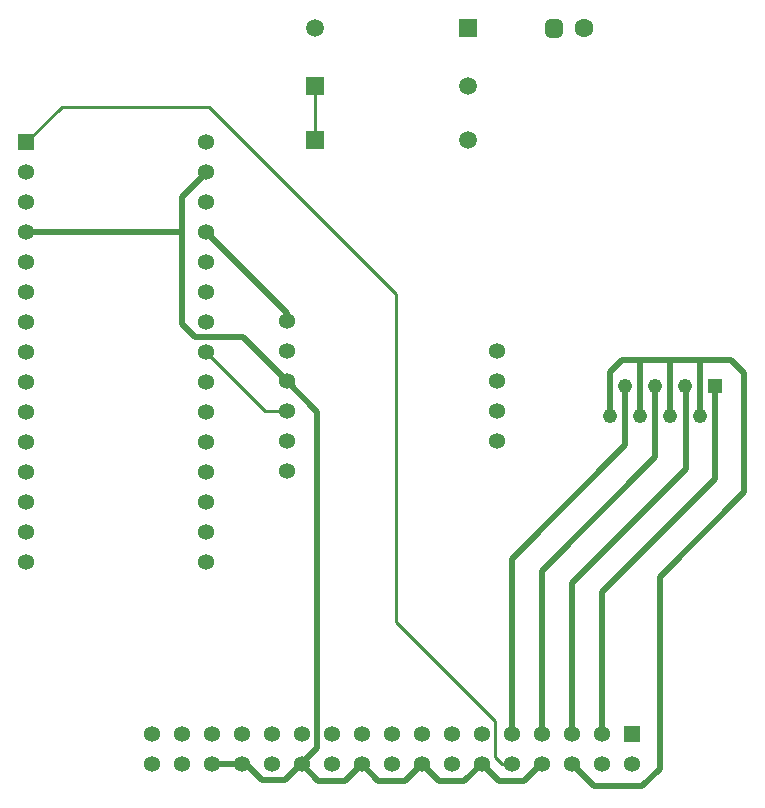
<source format=gbr>
G04 Generated by Ultiboard 14.1 *
%FSLAX24Y24*%
%MOIN*%

%ADD10C,0.0001*%
%ADD11C,0.0200*%
%ADD12C,0.0100*%
%ADD13R,0.0534X0.0534*%
%ADD14C,0.0534*%
%ADD15R,0.0208X0.0208*%
%ADD16C,0.0392*%
%ADD17C,0.0633*%
%ADD18C,0.0490*%
%ADD19R,0.0490X0.0490*%
%ADD20C,0.0591*%
%ADD21R,0.0591X0.0591*%


G04 ColorRGB 00FF00 for the following layer *
%LNCopper Top*%
%LPD*%
G54D10*
G54D11*
X18150Y2380D02*
X18150Y8206D01*
X21940Y11996D02*
X18150Y8206D01*
X24940Y10886D02*
X21150Y7096D01*
X21150Y2380D02*
X21150Y7096D01*
X20160Y2390D02*
X20160Y7399D01*
X23976Y11215D02*
X20160Y7399D01*
X22940Y11601D02*
X19150Y7811D01*
X19150Y2380D02*
X19150Y7811D01*
X20160Y2390D02*
X20150Y2380D01*
X23976Y13924D02*
X23940Y13960D01*
X22940Y13960D02*
X22940Y11601D01*
X21940Y13960D02*
X21940Y11996D01*
X24940Y13960D02*
X24940Y10886D01*
X23976Y13924D02*
X23976Y11215D01*
X25900Y14400D02*
X25470Y14830D01*
X21820Y14830D01*
X21440Y14450D01*
X21440Y12960D01*
X22440Y12960D02*
X22440Y14830D01*
X23440Y12960D02*
X23440Y14830D01*
X24440Y12960D02*
X24440Y14830D01*
X20880Y650D02*
X22510Y650D01*
X20150Y1380D02*
X20880Y650D01*
X22510Y650D02*
X23080Y1220D01*
X23080Y7620D02*
X25900Y10440D01*
X23080Y1220D02*
X23080Y7620D01*
X25900Y10440D02*
X25900Y14400D01*
X8150Y1380D02*
X9300Y1380D01*
X9845Y835D02*
X9300Y1380D01*
X10605Y835D02*
X9845Y835D01*
X11670Y1900D02*
X10605Y835D01*
X11150Y1380D02*
X11710Y820D01*
X11670Y13120D02*
X11670Y1900D01*
X11710Y820D02*
X12590Y820D01*
X11670Y13120D02*
X10655Y14135D01*
X12590Y820D02*
X13150Y1380D01*
X10679Y14111D02*
X9190Y15600D01*
X13710Y820D02*
X13150Y1380D01*
X9190Y15600D02*
X7600Y15600D01*
X13710Y820D02*
X14590Y820D01*
X7600Y15600D02*
X7160Y16040D01*
X15150Y1380D02*
X14590Y820D01*
X7160Y16040D02*
X7160Y19090D01*
X15725Y805D02*
X15150Y1379D01*
X7160Y19100D02*
X1970Y19100D01*
X7160Y19090D02*
X7160Y19390D01*
X15725Y805D02*
X16575Y805D01*
X7160Y20280D02*
X7160Y19340D01*
X17150Y1380D02*
X16575Y805D01*
X7970Y21090D02*
X7160Y20280D01*
X17730Y800D02*
X17150Y1380D01*
X7970Y21090D02*
X7970Y21100D01*
X18560Y800D02*
X17730Y800D01*
X19140Y1380D02*
X18560Y800D01*
X19140Y1380D02*
X19150Y1380D01*
X10650Y16420D02*
X7970Y19100D01*
X10650Y16420D02*
X10650Y16130D01*
G54D12*
X18150Y1380D02*
X17820Y1380D01*
X17600Y1600D01*
X17600Y2800D01*
X14290Y6110D01*
X11580Y23960D02*
X11580Y22170D01*
X11591Y23960D02*
X11580Y23960D01*
X11580Y22170D02*
X11591Y22170D01*
X14290Y6110D02*
X14290Y17010D01*
X14290Y16810D02*
X14290Y17050D01*
X3150Y23280D02*
X8061Y23280D01*
X1970Y22100D02*
X3150Y23280D01*
X8061Y23280D02*
X14290Y17050D01*
X10650Y13130D02*
X9940Y13130D01*
X7970Y15100D01*
G54D13*
X22150Y2380D03*
X1970Y22100D03*
G54D14*
X21150Y2380D03*
X20150Y2380D03*
X19150Y2380D03*
X18150Y2380D03*
X17150Y2380D03*
X16150Y2380D03*
X15150Y2380D03*
X14150Y2380D03*
X13150Y2380D03*
X12150Y2380D03*
X11150Y2380D03*
X10150Y2380D03*
X9150Y2380D03*
X8150Y2380D03*
X7150Y2380D03*
X6150Y2380D03*
X22150Y1380D03*
X21150Y1380D03*
X20150Y1380D03*
X19150Y1380D03*
X18150Y1380D03*
X17150Y1380D03*
X16150Y1380D03*
X15150Y1380D03*
X14150Y1380D03*
X13150Y1380D03*
X12150Y1380D03*
X11150Y1380D03*
X10150Y1380D03*
X9150Y1380D03*
X8150Y1380D03*
X7150Y1380D03*
X6150Y1380D03*
X10650Y16130D03*
X10650Y15130D03*
X17650Y15130D03*
X10650Y14130D03*
X17650Y14130D03*
X10650Y13130D03*
X17650Y13130D03*
X10650Y12130D03*
X17650Y12130D03*
X10650Y11130D03*
X1970Y14100D03*
X7970Y19100D03*
X1970Y21100D03*
X7970Y21100D03*
X1970Y19100D03*
X7970Y16100D03*
X7970Y15100D03*
X7970Y22100D03*
X1970Y20100D03*
X7970Y20100D03*
X1970Y18100D03*
X7970Y18100D03*
X1970Y17100D03*
X7970Y17100D03*
X1970Y16100D03*
X1970Y15100D03*
X7970Y14100D03*
X1970Y13100D03*
X7970Y13100D03*
X1970Y12100D03*
X7970Y12100D03*
X1970Y11100D03*
X7970Y11100D03*
X1970Y10100D03*
X7970Y10100D03*
X1970Y9100D03*
X7970Y9100D03*
X1970Y8100D03*
X7970Y8100D03*
G54D15*
X19550Y25894D03*
G54D16*
X19446Y25790D02*
X19654Y25790D01*
X19654Y25998D01*
X19446Y25998D01*
X19446Y25790D01*D02*
G54D17*
X20550Y25894D03*
G54D18*
X21440Y12960D03*
X22440Y12960D03*
X23440Y12960D03*
X24440Y12960D03*
X21940Y13960D03*
X22940Y13960D03*
X23940Y13960D03*
G54D19*
X24940Y13960D03*
G54D20*
X16709Y22170D03*
X16709Y23960D03*
X11591Y25900D03*
G54D21*
X11591Y22170D03*
X11591Y23960D03*
X16709Y25900D03*

M02*

</source>
